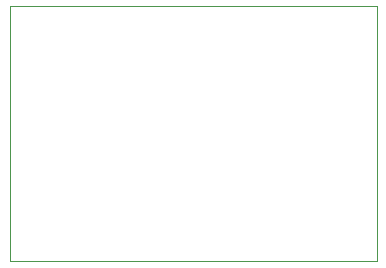
<source format=gbr>
%TF.GenerationSoftware,KiCad,Pcbnew,(5.1.9)-1*%
%TF.CreationDate,2021-10-27T02:20:14-05:00*%
%TF.ProjectId,BLDC_Cont,424c4443-5f43-46f6-9e74-2e6b69636164,rev?*%
%TF.SameCoordinates,Original*%
%TF.FileFunction,Profile,NP*%
%FSLAX46Y46*%
G04 Gerber Fmt 4.6, Leading zero omitted, Abs format (unit mm)*
G04 Created by KiCad (PCBNEW (5.1.9)-1) date 2021-10-27 02:20:14*
%MOMM*%
%LPD*%
G01*
G04 APERTURE LIST*
%TA.AperFunction,Profile*%
%ADD10C,0.050000*%
%TD*%
G04 APERTURE END LIST*
D10*
X190500000Y-104775000D02*
X190500000Y-126365000D01*
X159385000Y-104775000D02*
X190500000Y-104775000D01*
X159385000Y-126365000D02*
X159385000Y-104775000D01*
X190500000Y-126365000D02*
X159385000Y-126365000D01*
M02*

</source>
